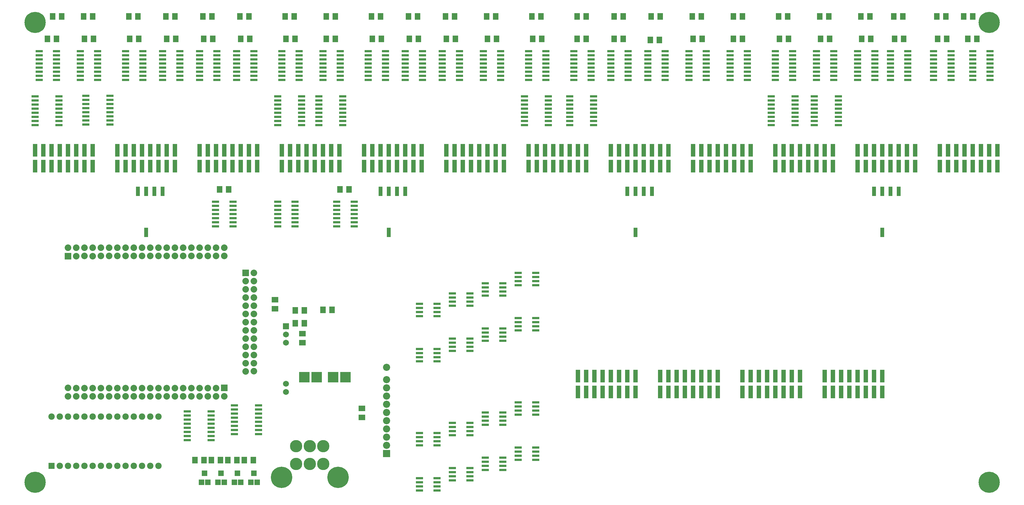
<source format=gbr>
G04 DipTrace 2.3.0.3*
%INTopMask.gbr*%
%MOIN*%
%ADD31C,0.072*%
%ADD32R,0.072X0.072*%
%ADD52C,0.078*%
%ADD54R,0.078X0.078*%
%ADD56C,0.0867*%
%ADD57R,0.0867X0.0867*%
%ADD61R,0.08X0.08*%
%ADD62C,0.08*%
%ADD63R,0.0474X0.1143*%
%ADD65R,0.0789X0.071*%
%ADD67R,0.0867X0.0316*%
%ADD69C,0.26*%
%ADD71C,0.1497*%
%ADD73R,0.058X0.153*%
%ADD75C,0.258*%
%ADD77R,0.128X0.128*%
%ADD79R,0.0671X0.0671*%
%ADD81R,0.071X0.0789*%
%FSLAX44Y44*%
G04*
G70*
G90*
G75*
G01*
%LNTopMask*%
%LPD*%
D81*
X28377Y41628D3*
X29479D3*
X44127D3*
X43025D3*
X38690Y26878D3*
X37588D3*
X38690Y25315D3*
X37588D3*
X18440Y62690D3*
X17338D3*
X27440D3*
X26338D3*
X47940D3*
X46838D3*
X56940D3*
X55838D3*
X77440D3*
X76338D3*
X86940D3*
X85838D3*
X107440D3*
X106338D3*
X116690D3*
X115588D3*
X22940D3*
X21838D3*
X31940D3*
X30838D3*
X52440D3*
X51338D3*
X61940D3*
X60838D3*
X81940D3*
X80838D3*
X91940D3*
X90838D3*
X111440D3*
X110338D3*
X119940D3*
X118838D3*
X9190D3*
X8088D3*
X37440D3*
X36338D3*
X67440D3*
X66338D3*
X97440D3*
X96338D3*
X12940D3*
X11838D3*
X42440D3*
X41338D3*
X72940D3*
X71838D3*
X102440D3*
X101338D3*
D79*
X26940Y5940D3*
X26192D3*
X26566Y7042D3*
X28940Y5940D3*
X28192D3*
X28566Y7042D3*
X30940Y5940D3*
X30192D3*
X30566Y7042D3*
X32940Y5940D3*
X32192D3*
X32566Y7042D3*
D77*
X38690Y18753D3*
X40190D3*
X42190D3*
X43693D3*
D75*
X5940Y61940D3*
X121940D3*
X5940Y5940D3*
X121940D3*
D73*
X71940Y16940D3*
X72940D3*
X73940D3*
X74940D3*
X75940D3*
X76940D3*
X77940Y16945D3*
X78940D3*
Y18890D3*
X77940Y18885D3*
X76940Y18890D3*
X75940D3*
X74940D3*
X73940D3*
X72940Y18885D3*
X71940D3*
X81940Y16940D3*
X82940D3*
X83940D3*
X84940D3*
X85940D3*
X86940D3*
X87940Y16945D3*
X88940D3*
Y18890D3*
X87940Y18885D3*
X86940Y18890D3*
X85940D3*
X84940D3*
X83940D3*
X82940Y18885D3*
X81940D3*
X91940Y16940D3*
X92940D3*
X93940D3*
X94940D3*
X95940D3*
X96940D3*
X97940Y16945D3*
X98940D3*
Y18890D3*
X97940Y18885D3*
X96940Y18890D3*
X95940D3*
X94940D3*
X93940D3*
X92940Y18885D3*
X91940D3*
X101940Y16940D3*
X102940D3*
X103940D3*
X104940D3*
X105940D3*
X106940D3*
X107940Y16945D3*
X108940D3*
Y18890D3*
X107940Y18885D3*
X106940Y18890D3*
X105940D3*
X104940D3*
X103940D3*
X102940Y18885D3*
X101940D3*
D71*
X37690Y8190D3*
X39344D3*
X40997D3*
Y10355D3*
X39344D3*
X37690D3*
D69*
X35918Y6536D3*
X42769D3*
D73*
X15940Y44440D3*
X16940D3*
X17940D3*
X18940D3*
X19940D3*
X20940D3*
X21940Y44445D3*
X22940D3*
Y46390D3*
X21940Y46385D3*
X20940Y46390D3*
X19940D3*
X18940D3*
X17940D3*
X16940Y46385D3*
X15940D3*
X25940Y44440D3*
X26940D3*
X27940D3*
X28940D3*
X29940D3*
X30940D3*
X31940Y44445D3*
X32940D3*
Y46390D3*
X31940Y46385D3*
X30940Y46390D3*
X29940D3*
X28940D3*
X27940D3*
X26940Y46385D3*
X25940D3*
X45940Y44440D3*
X46940D3*
X47940D3*
X48940D3*
X49940D3*
X50940D3*
X51940Y44445D3*
X52940D3*
Y46390D3*
X51940Y46385D3*
X50940Y46390D3*
X49940D3*
X48940D3*
X47940D3*
X46940Y46385D3*
X45940D3*
X55940Y44440D3*
X56940D3*
X57940D3*
X58940D3*
X59940D3*
X60940D3*
X61940Y44445D3*
X62940D3*
Y46390D3*
X61940Y46385D3*
X60940Y46390D3*
X59940D3*
X58940D3*
X57940D3*
X56940Y46385D3*
X55940D3*
X75940Y44440D3*
X76940D3*
X77940D3*
X78940D3*
X79940D3*
X80940D3*
X81940Y44445D3*
X82940D3*
Y46390D3*
X81940Y46385D3*
X80940Y46390D3*
X79940D3*
X78940D3*
X77940D3*
X76940Y46385D3*
X75940D3*
X85940Y44440D3*
X86940D3*
X87940D3*
X88940D3*
X89940D3*
X90940D3*
X91940Y44445D3*
X92940D3*
Y46390D3*
X91940Y46385D3*
X90940Y46390D3*
X89940D3*
X88940D3*
X87940D3*
X86940Y46385D3*
X85940D3*
X105940Y44440D3*
X106940D3*
X107940D3*
X108940D3*
X109940D3*
X110940D3*
X111940Y44445D3*
X112940D3*
Y46390D3*
X111940Y46385D3*
X110940Y46390D3*
X109940D3*
X108940D3*
X107940D3*
X106940Y46385D3*
X105940D3*
X115940Y44440D3*
X116940D3*
X117940D3*
X118940D3*
X119940D3*
X120940D3*
X121940Y44445D3*
X122940D3*
Y46390D3*
X121940Y46385D3*
X120940Y46390D3*
X119940D3*
X118940D3*
X117940D3*
X116940Y46385D3*
X115940D3*
X5940Y44440D3*
X6940D3*
X7940D3*
X8940D3*
X9940D3*
X10940D3*
X11940Y44445D3*
X12940D3*
Y46390D3*
X11940Y46385D3*
X10940Y46390D3*
X9940D3*
X8940D3*
X7940D3*
X6940Y46385D3*
X5940D3*
X35940Y44440D3*
X36940D3*
X37940D3*
X38940D3*
X39940D3*
X40940D3*
X41940Y44445D3*
X42940D3*
Y46390D3*
X41940Y46385D3*
X40940Y46390D3*
X39940D3*
X38940D3*
X37940D3*
X36940Y46385D3*
X35940D3*
X65940Y44440D3*
X66940D3*
X67940D3*
X68940D3*
X69940D3*
X70940D3*
X71940Y44445D3*
X72940D3*
Y46390D3*
X71940Y46385D3*
X70940Y46390D3*
X69940D3*
X68940D3*
X67940D3*
X66940Y46385D3*
X65940D3*
X95940Y44440D3*
X96940D3*
X97940D3*
X98940D3*
X99940D3*
X100940D3*
X101940Y44445D3*
X102940D3*
Y46390D3*
X101940Y46385D3*
X100940Y46390D3*
X99940D3*
X98940D3*
X97940D3*
X96940Y46385D3*
X95940D3*
D67*
X64690Y31440D3*
Y30940D3*
Y30440D3*
Y29940D3*
X66816D3*
Y30440D3*
Y30940D3*
Y31440D3*
X60690Y30190D3*
Y29690D3*
Y29190D3*
Y28690D3*
X62816D3*
Y29190D3*
Y29690D3*
Y30190D3*
X56690Y28940D3*
Y28440D3*
Y27940D3*
Y27440D3*
X58816D3*
Y27940D3*
Y28440D3*
Y28940D3*
X52690Y27690D3*
Y27190D3*
Y26690D3*
Y26190D3*
X54816D3*
Y26690D3*
Y27190D3*
Y27690D3*
X64690Y25940D3*
Y25440D3*
Y24940D3*
Y24440D3*
X66816D3*
Y24940D3*
Y25440D3*
Y25940D3*
X60690Y24690D3*
Y24190D3*
Y23690D3*
Y23190D3*
X62816D3*
Y23690D3*
Y24190D3*
Y24690D3*
X56690Y23440D3*
Y22940D3*
Y22440D3*
Y21940D3*
X58816D3*
Y22440D3*
Y22940D3*
Y23440D3*
X52690Y22190D3*
Y21690D3*
Y21190D3*
Y20690D3*
X54816D3*
Y21190D3*
Y21690D3*
Y22190D3*
X64690Y15690D3*
Y15190D3*
Y14690D3*
Y14190D3*
X66816D3*
Y14690D3*
Y15190D3*
Y15690D3*
X60690Y14440D3*
Y13940D3*
Y13440D3*
Y12940D3*
X62816D3*
Y13440D3*
Y13940D3*
Y14440D3*
X56690Y13190D3*
Y12690D3*
Y12190D3*
Y11690D3*
X58816D3*
Y12190D3*
Y12690D3*
Y13190D3*
X52690Y11940D3*
Y11440D3*
Y10940D3*
Y10440D3*
X54816D3*
Y10940D3*
Y11440D3*
Y11940D3*
X64690Y10190D3*
Y9690D3*
Y9190D3*
Y8690D3*
X66816D3*
Y9190D3*
Y9690D3*
Y10190D3*
X60690Y8940D3*
Y8440D3*
Y7940D3*
Y7440D3*
X62816D3*
Y7940D3*
Y8440D3*
Y8940D3*
X56690Y7690D3*
Y7190D3*
Y6690D3*
Y6190D3*
X58816D3*
Y6690D3*
Y7190D3*
Y7690D3*
X52690Y6440D3*
Y5940D3*
Y5440D3*
Y4940D3*
X54816D3*
Y5440D3*
Y5940D3*
Y6440D3*
D65*
X35127Y28190D3*
Y27088D3*
D81*
X40940Y26940D3*
X42042D3*
D65*
X38440Y22940D3*
Y24042D3*
X45690Y14940D3*
Y13838D3*
D81*
X25389Y8639D3*
X26491D3*
X27389D3*
X28491D3*
X29389D3*
X30491D3*
X31389D3*
X32491D3*
X11940Y59940D3*
X13042D3*
X41338D3*
X42440D3*
X71838D3*
X72940D3*
X101440D3*
X102542D3*
X17440D3*
X18542D3*
X26440D3*
X27542D3*
X46940D3*
X48042D3*
X55940D3*
X57042D3*
X76338D3*
X77440D3*
X85940D3*
X87042D3*
X106440D3*
X107542D3*
X115690D3*
X116792D3*
X21940D3*
X23042D3*
X30940D3*
X32042D3*
X51440D3*
X52542D3*
X60940D3*
X62042D3*
X80755Y59818D3*
X81857D3*
X90838Y59940D3*
X91940D3*
X110440D3*
X111542D3*
X119339D3*
X120441D3*
X7440D3*
X8542D3*
X36440D3*
X37542D3*
X66440D3*
X67542D3*
X96440D3*
X97542D3*
D67*
X30190Y15315D3*
Y14815D3*
Y14315D3*
Y13815D3*
Y13315D3*
Y12815D3*
Y12315D3*
Y11815D3*
X33103D3*
Y12315D3*
Y12815D3*
Y13315D3*
Y13815D3*
Y14315D3*
Y14815D3*
Y15315D3*
X24443Y14570D3*
Y14070D3*
Y13570D3*
Y13070D3*
Y12570D3*
Y12070D3*
Y11570D3*
Y11070D3*
X27357D3*
Y11570D3*
Y12070D3*
Y12570D3*
Y13070D3*
Y13570D3*
Y14070D3*
Y14570D3*
X5940Y52940D3*
Y52440D3*
Y51940D3*
Y51440D3*
Y50940D3*
Y50440D3*
Y49940D3*
Y49440D3*
X8853D3*
Y49940D3*
Y50440D3*
Y50940D3*
Y51440D3*
Y51940D3*
Y52440D3*
Y52940D3*
X35440D3*
Y52440D3*
Y51940D3*
Y51440D3*
Y50940D3*
Y50440D3*
Y49940D3*
Y49440D3*
X38353D3*
Y49940D3*
Y50440D3*
Y50940D3*
Y51440D3*
Y51940D3*
Y52440D3*
Y52940D3*
X65440D3*
Y52440D3*
Y51940D3*
Y51440D3*
Y50940D3*
Y50440D3*
Y49940D3*
Y49440D3*
X68353D3*
Y49940D3*
Y50440D3*
Y50940D3*
Y51440D3*
Y51940D3*
Y52440D3*
Y52940D3*
X95440D3*
Y52440D3*
Y51940D3*
Y51440D3*
Y50940D3*
Y50440D3*
Y49940D3*
Y49440D3*
X98353D3*
Y49940D3*
Y50440D3*
Y50940D3*
Y51440D3*
Y51940D3*
Y52440D3*
Y52940D3*
X12128Y53003D3*
Y52503D3*
Y52003D3*
Y51503D3*
Y51003D3*
Y50503D3*
Y50003D3*
Y49503D3*
X15041D3*
Y50003D3*
Y50503D3*
Y51003D3*
Y51503D3*
Y52003D3*
Y52503D3*
Y53003D3*
X40440Y52940D3*
Y52440D3*
Y51940D3*
Y51440D3*
Y50940D3*
Y50440D3*
Y49940D3*
Y49440D3*
X43353D3*
Y49940D3*
Y50440D3*
Y50940D3*
Y51440D3*
Y51940D3*
Y52440D3*
Y52940D3*
X70940D3*
Y52440D3*
Y51940D3*
Y51440D3*
Y50940D3*
Y50440D3*
Y49940D3*
Y49440D3*
X73853D3*
Y49940D3*
Y50440D3*
Y50940D3*
Y51440D3*
Y51940D3*
Y52440D3*
Y52940D3*
X100690D3*
Y52440D3*
Y51940D3*
Y51440D3*
Y50940D3*
Y50440D3*
Y49940D3*
Y49440D3*
X103603D3*
Y49940D3*
Y50440D3*
Y50940D3*
Y51440D3*
Y51940D3*
Y52440D3*
Y52940D3*
D63*
X19440Y36378D3*
X21440Y41379D3*
X20440D3*
X19440D3*
X18440D3*
X48940Y36378D3*
X50940Y41379D3*
X49940D3*
X48940D3*
X47940D3*
X78940Y36378D3*
X80940Y41379D3*
X79940D3*
X78940D3*
X77940D3*
X108940Y36378D3*
X110940Y41379D3*
X109940D3*
X108940D3*
X107940D3*
D67*
X27877Y40128D3*
Y39628D3*
Y39128D3*
Y38628D3*
Y38128D3*
Y37628D3*
Y37128D3*
X30003D3*
Y37628D3*
Y38128D3*
Y38628D3*
Y39128D3*
Y39628D3*
Y40128D3*
X35439D3*
Y39628D3*
Y39128D3*
Y38628D3*
Y38128D3*
Y37628D3*
Y37128D3*
X37565D3*
Y37628D3*
Y38128D3*
Y38628D3*
Y39128D3*
Y39628D3*
Y40128D3*
X42627D3*
Y39628D3*
Y39128D3*
Y38628D3*
Y38128D3*
Y37628D3*
Y37128D3*
X44753D3*
Y37628D3*
Y38128D3*
Y38628D3*
Y39128D3*
Y39628D3*
Y40128D3*
D62*
X9940Y16435D3*
X10940D3*
X11940D3*
X12940D3*
X13940D3*
X14940D3*
X15940D3*
X16940D3*
X17940D3*
X18940D3*
X19940D3*
X20940D3*
X21940D3*
X22940D3*
X23940D3*
X24940D3*
X25940D3*
X26940D3*
X27940D3*
X28940D3*
D61*
Y17440D3*
D62*
X27940Y17435D3*
X26940D3*
X25940D3*
X24940D3*
X23940D3*
X22940D3*
X21940D3*
X20940D3*
X19940D3*
X18940D3*
X17940D3*
X16940D3*
X15940D3*
X14940D3*
X13940D3*
X12940D3*
X11940D3*
X10940D3*
X9940Y17440D3*
D61*
Y33500D3*
D62*
X10940D3*
X11940Y33505D3*
X12940Y33500D3*
X13940Y33505D3*
X14940D3*
X15940D3*
X16940D3*
X17940D3*
X18940D3*
X19940D3*
X20940D3*
X21940D3*
X22940D3*
X23940D3*
X24940D3*
X25940D3*
X26940D3*
X27940D3*
X28940D3*
Y34505D3*
X27940D3*
X26940D3*
X25940D3*
X24940D3*
X23940D3*
X22940D3*
X21940D3*
X20940D3*
X19940D3*
X18940D3*
X17940D3*
X16940D3*
X15940D3*
X14940D3*
X13940D3*
X12940D3*
X11940D3*
X10940D3*
X9940D3*
X31560Y30465D3*
X32560D3*
X31560Y28465D3*
X32560D3*
X31560Y26465D3*
X32560D3*
X31560Y24465D3*
X32560D3*
X31560Y22465D3*
X32560D3*
X31560Y20465D3*
X32560D3*
Y19470D3*
X31560Y19465D3*
X32560Y21465D3*
X31560D3*
X32560Y23465D3*
X31560D3*
X32560Y25465D3*
X31560D3*
X32560Y27465D3*
X31560D3*
X32560Y29465D3*
X31560D3*
X32560Y31465D3*
D61*
X31560Y31460D3*
D31*
X36440Y16940D3*
Y17940D3*
Y22940D3*
Y23940D3*
D32*
Y24940D3*
D57*
X48690Y9440D3*
D56*
Y10440D3*
Y11440D3*
Y12440D3*
Y13440D3*
Y14440D3*
Y15440D3*
Y16440D3*
Y17440D3*
Y18440D3*
Y19940D3*
D54*
X7940Y7940D3*
D52*
X8940D3*
X9940D3*
X10940D3*
X11940D3*
X12940D3*
X13940D3*
X14940D3*
X15940D3*
X16940D3*
X17940D3*
X18940D3*
X19940D3*
X20940D3*
Y13940D3*
X19940D3*
X18940D3*
X17940D3*
X16940D3*
X15940D3*
X14940D3*
X13940D3*
X12940D3*
X11940D3*
X10940D3*
X9940D3*
X8940D3*
X7940D3*
D67*
X16940Y58440D3*
Y57940D3*
Y57440D3*
Y56940D3*
Y56440D3*
Y55940D3*
Y55440D3*
Y54940D3*
X19066D3*
Y55440D3*
Y55940D3*
Y56440D3*
Y56940D3*
Y57440D3*
Y57940D3*
Y58440D3*
X25940D3*
Y57940D3*
Y57440D3*
Y56940D3*
Y56440D3*
Y55940D3*
Y55440D3*
Y54940D3*
X28066D3*
Y55440D3*
Y55940D3*
Y56440D3*
Y56940D3*
Y57440D3*
Y57940D3*
Y58440D3*
X46440D3*
Y57940D3*
Y57440D3*
Y56940D3*
Y56440D3*
Y55940D3*
Y55440D3*
Y54940D3*
X48566D3*
Y55440D3*
Y55940D3*
Y56440D3*
Y56940D3*
Y57440D3*
Y57940D3*
Y58440D3*
X55440D3*
Y57940D3*
Y57440D3*
Y56940D3*
Y56440D3*
Y55940D3*
Y55440D3*
Y54940D3*
X57566D3*
Y55440D3*
Y55940D3*
Y56440D3*
Y56940D3*
Y57440D3*
Y57940D3*
Y58440D3*
X75940D3*
Y57940D3*
Y57440D3*
Y56940D3*
Y56440D3*
Y55940D3*
Y55440D3*
Y54940D3*
X78066D3*
Y55440D3*
Y55940D3*
Y56440D3*
Y56940D3*
Y57440D3*
Y57940D3*
Y58440D3*
X85440D3*
Y57940D3*
Y57440D3*
Y56940D3*
Y56440D3*
Y55940D3*
Y55440D3*
Y54940D3*
X87566D3*
Y55440D3*
Y55940D3*
Y56440D3*
Y56940D3*
Y57440D3*
Y57940D3*
Y58440D3*
X105940D3*
Y57940D3*
Y57440D3*
Y56940D3*
Y56440D3*
Y55940D3*
Y55440D3*
Y54940D3*
X108066D3*
Y55440D3*
Y55940D3*
Y56440D3*
Y56940D3*
Y57440D3*
Y57940D3*
Y58440D3*
X115190D3*
Y57940D3*
Y57440D3*
Y56940D3*
Y56440D3*
Y55940D3*
Y55440D3*
Y54940D3*
X117316D3*
Y55440D3*
Y55940D3*
Y56440D3*
Y56940D3*
Y57440D3*
Y57940D3*
Y58440D3*
X21440D3*
Y57940D3*
Y57440D3*
Y56940D3*
Y56440D3*
Y55940D3*
Y55440D3*
Y54940D3*
X23566D3*
Y55440D3*
Y55940D3*
Y56440D3*
Y56940D3*
Y57440D3*
Y57940D3*
Y58440D3*
X30440D3*
Y57940D3*
Y57440D3*
Y56940D3*
Y56440D3*
Y55940D3*
Y55440D3*
Y54940D3*
X32566D3*
Y55440D3*
Y55940D3*
Y56440D3*
Y56940D3*
Y57440D3*
Y57940D3*
Y58440D3*
X50940D3*
Y57940D3*
Y57440D3*
Y56940D3*
Y56440D3*
Y55940D3*
Y55440D3*
Y54940D3*
X53066D3*
Y55440D3*
Y55940D3*
Y56440D3*
Y56940D3*
Y57440D3*
Y57940D3*
Y58440D3*
X60440D3*
Y57940D3*
Y57440D3*
Y56940D3*
Y56440D3*
Y55940D3*
Y55440D3*
Y54940D3*
X62566D3*
Y55440D3*
Y55940D3*
Y56440D3*
Y56940D3*
Y57440D3*
Y57940D3*
Y58440D3*
X80440D3*
Y57940D3*
Y57440D3*
Y56940D3*
Y56440D3*
Y55940D3*
Y55440D3*
Y54940D3*
X82566D3*
Y55440D3*
Y55940D3*
Y56440D3*
Y56940D3*
Y57440D3*
Y57940D3*
Y58440D3*
X90440D3*
Y57940D3*
Y57440D3*
Y56940D3*
Y56440D3*
Y55940D3*
Y55440D3*
Y54940D3*
X92566D3*
Y55440D3*
Y55940D3*
Y56440D3*
Y56940D3*
Y57440D3*
Y57940D3*
Y58440D3*
X109940D3*
Y57940D3*
Y57440D3*
Y56940D3*
Y56440D3*
Y55940D3*
Y55440D3*
Y54940D3*
X112066D3*
Y55440D3*
Y55940D3*
Y56440D3*
Y56940D3*
Y57440D3*
Y57940D3*
Y58440D3*
X119940D3*
Y57940D3*
Y57440D3*
Y56940D3*
Y56440D3*
Y55940D3*
Y55440D3*
Y54940D3*
X122066D3*
Y55440D3*
Y55940D3*
Y56440D3*
Y56940D3*
Y57440D3*
Y57940D3*
Y58440D3*
X6440D3*
Y57940D3*
Y57440D3*
Y56940D3*
Y56440D3*
Y55940D3*
Y55440D3*
Y54940D3*
X8566D3*
Y55440D3*
Y55940D3*
Y56440D3*
Y56940D3*
Y57440D3*
Y57940D3*
Y58440D3*
X35940D3*
Y57940D3*
Y57440D3*
Y56940D3*
Y56440D3*
Y55940D3*
Y55440D3*
Y54940D3*
X38066D3*
Y55440D3*
Y55940D3*
Y56440D3*
Y56940D3*
Y57440D3*
Y57940D3*
Y58440D3*
X65940D3*
Y57940D3*
Y57440D3*
Y56940D3*
Y56440D3*
Y55940D3*
Y55440D3*
Y54940D3*
X68066D3*
Y55440D3*
Y55940D3*
Y56440D3*
Y56940D3*
Y57440D3*
Y57940D3*
Y58440D3*
X95940D3*
Y57940D3*
Y57440D3*
Y56940D3*
Y56440D3*
Y55940D3*
Y55440D3*
Y54940D3*
X98066D3*
Y55440D3*
Y55940D3*
Y56440D3*
Y56940D3*
Y57440D3*
Y57940D3*
Y58440D3*
X11440D3*
Y57940D3*
Y57440D3*
Y56940D3*
Y56440D3*
Y55940D3*
Y55440D3*
Y54940D3*
X13566D3*
Y55440D3*
Y55940D3*
Y56440D3*
Y56940D3*
Y57440D3*
Y57940D3*
Y58440D3*
X40940D3*
Y57940D3*
Y57440D3*
Y56940D3*
Y56440D3*
Y55940D3*
Y55440D3*
Y54940D3*
X43066D3*
Y55440D3*
Y55940D3*
Y56440D3*
Y56940D3*
Y57440D3*
Y57940D3*
Y58440D3*
X71440D3*
Y57940D3*
Y57440D3*
Y56940D3*
Y56440D3*
Y55940D3*
Y55440D3*
Y54940D3*
X73566D3*
Y55440D3*
Y55940D3*
Y56440D3*
Y56940D3*
Y57440D3*
Y57940D3*
Y58440D3*
X100940D3*
Y57940D3*
Y57440D3*
Y56940D3*
Y56440D3*
Y55940D3*
Y55440D3*
Y54940D3*
X103066D3*
Y55440D3*
Y55940D3*
Y56440D3*
Y56940D3*
Y57440D3*
Y57940D3*
Y58440D3*
M02*

</source>
